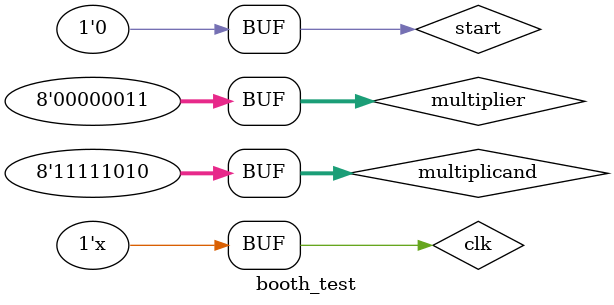
<source format=v>
`timescale 1ns/1ns
module booth_test;
	reg clk, start;
	reg [7:0] multiplicand, multiplier;
	wire finish;
	wire [15:0] out;
	booth b(clk, start, multiplicand, multiplier, finish, out);

	initial clk = 1;
	always #5 clk = ~clk;

	initial
	begin
		start <= 1;
		multiplicand <= 7;
		multiplier <= 5;
		#10;
		start <= 0;

		#500;
		start <= 1;
		multiplicand <= 9;
		multiplier <= 9;
		#10;
		start <= 0;

		#500;
		start <= 1;
		multiplicand <= -6;
		multiplier <= 3;
		#10;
		start <= 0;
	end
endmodule


</source>
